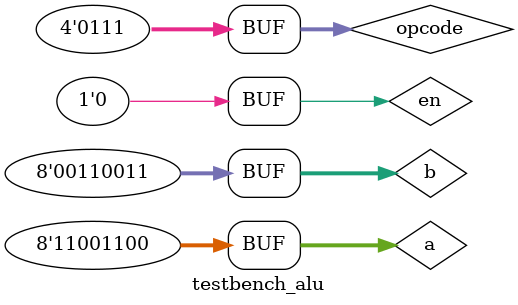
<source format=v>

module testbench_alu();

reg [7:0] a;
reg [7:0] b;
reg en;
reg [3:0] opcode;
// wires                                               
wire cout;
wire [7:0]  out;

localparam period = 20;
                          
alu8bit i1 (
// port map - connection between master ports and signals/registers   
	.a(a),
	.b(b),
	.cout(cout),
	.en(en),
	.opcode(opcode),
	.out(out)
);

initial                                                
	begin                                                  
		a = 8'b00000000;  // initial
		b = 8'b00000000;
		en = 1'b0;
		opcode = 4'b0000;

		#period;

		#5 en = 1'b1;
		#1 opcode = 4'b1111;  // add
		a = 8'b11111111;
		b = 8'b11111111;
		#2 en = 1'b0;

		#period;

		#5 en = 1'b1;
		#1 opcode = 4'b0110;  // or
		a = 8'b11001100;
		b = 8'b00110011;
		#2 en = 1'b0;
		
		#period;
		
		#5 en = 1'b1;
		#1 opcode = 4'b0100;  // not
		a = 8'b10101010;
		#2 en = 1'b0;
		
		#period;
		
		#5 en = 1'b1;
		#1 opcode = 4'b1110;  //subtract
		a = 8'b00000000;
		b = 8'b00000001;
		#2 en = 1'b0;
		
		#period;
		
		#5 en = 1'b1;
		#1 opcode = 4'b0111;  // and
		a = 8'b11001100;
		b = 8'b00110011;
		#2 en = 1'b0;
		
		#period;
	                                     
	end                                                    
endmodule

</source>
